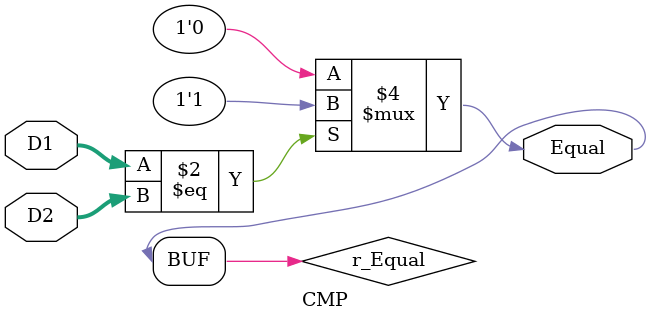
<source format=v>
module CMP (
    input wire [31:0] D1,
    input wire [31:0] D2,
    output wire Equal
);
    reg r_Equal;
    
    always @(*) begin
        if(D1==D2) r_Equal = 1;
        else r_Equal = 0;
    end

    assign Equal = r_Equal;

endmodule
</source>
